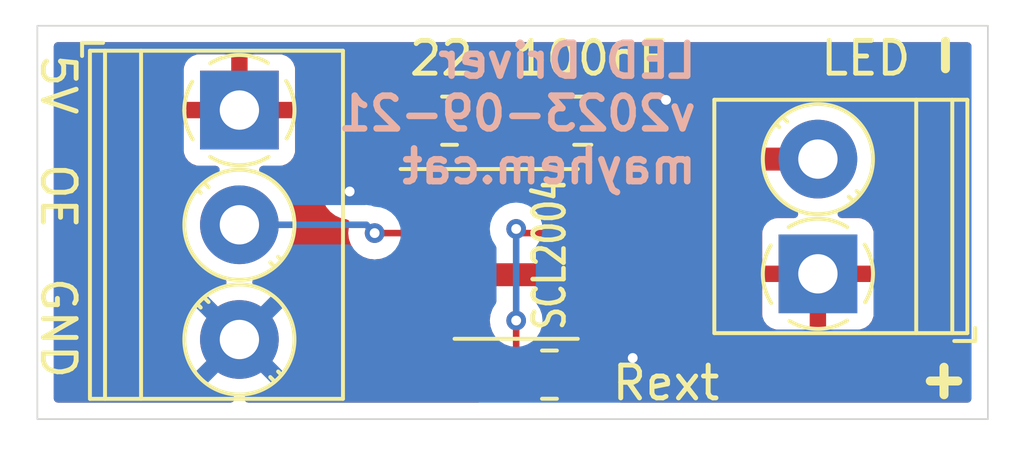
<source format=kicad_pcb>
(kicad_pcb (version 20221018) (generator pcbnew)
  (layers (0 "F.Cu" signal) (31 "B.Cu" signal) (34 "B.Paste" user) (35 "F.Paste" user) (36 "B.SilkS" user "B.Silkscreen") (37 "F.SilkS" user "F.Silkscreen") (38 "B.Mask" user) (39 "F.Mask" user) (44 "Edge.Cuts" user))
  (net 0 "")
  (net 1 "/GND")
  (net 2 "/OE")
  (net 3 "/VDD")
  (net 4 "Net-(U1-Vdd)")
  (net 5 "/Rext")
  (net 6 "Net-(J2-Pin_2)")
  (footprint "Resistor_SMD:R_0805_2012Metric_Pad1.20x1.40mm_HandSolder" (layer "F.Cu") (at 163.576 64.897)
    (fp_text reference "R1" hide)
    (fp_text value "22" (at -0.254 -1.905) (layer "F.SilkS"))
    (fp_line (start -0.227064 -0.735) (end 0.227064 -0.735) (stroke (width 0.12)) (layer "F.SilkS"))
    (fp_line (start -0.227064 0.735) (end 0.227064 0.735) (stroke (width 0.12)) (layer "F.SilkS"))
    (pad "1" smd roundrect (at -1 0) (size 1.2 1.4) (layers "F.Cu" "F.Paste" "F.Mask") (roundrect_rratio 0.2083333333) (net 3 "/VDD"))
    (pad "2" smd roundrect (at 1 0) (size 1.2 1.4) (layers "F.Cu" "F.Paste" "F.Mask") (roundrect_rratio 0.2083333333) (net 4 "Net-(U1-Vdd)"))
  )
  (footprint "Package_SO:SOP-8_3.76x4.96mm_P1.27mm" (layer "F.Cu") (at 165.608 68.961)
    (fp_text reference "U1" hide)
    (fp_text value "~" hide)
    (fp_text user "SCL2004" (at 1.016 0 90) (layer "F.SilkS") (effects (font (size 0.94 0.7) (thickness 0.14))))
    (fp_line (start 0 -2.59) (end -3.525 -2.59) (stroke (width 0.12)) (layer "F.SilkS"))
    (fp_line (start 0 -2.59) (end 1.88 -2.59) (stroke (width 0.12)) (layer "F.SilkS"))
    (fp_line (start 0 2.59) (end -1.88 2.59) (stroke (width 0.12)) (layer "F.SilkS"))
    (fp_line (start 0 2.59) (end 1.88 2.59) (stroke (width 0.12)) (layer "F.SilkS"))
    (pad "1" smd roundrect (at -2.5375 -1.905) (size 1.975 0.65) (layers "F.Cu" "F.Paste" "F.Mask") (net 1 "/GND"))
    (pad "2" smd roundrect (at -2.5375 -0.635) (size 1.975 0.65) (layers "F.Cu" "F.Paste" "F.Mask") (net 2 "/OE"))
    (pad "3" smd roundrect (at -2.5375 0.635) (size 1.975 0.65) (layers "F.Cu" "F.Paste" "F.Mask") (net 6 "Net-(J2-Pin_2)"))
    (pad "4" smd roundrect (at -2.5375 1.905) (size 1.975 0.65) (layers "F.Cu" "F.Paste" "F.Mask") (net 6 "Net-(J2-Pin_2)"))
    (pad "5" smd roundrect (at 2.5375 1.905) (size 1.975 0.65) (layers "F.Cu" "F.Paste" "F.Mask") (net 6 "Net-(J2-Pin_2)"))
    (pad "6" smd roundrect (at 2.5375 0.635) (size 1.975 0.65) (layers "F.Cu" "F.Paste" "F.Mask") (net 6 "Net-(J2-Pin_2)"))
    (pad "7" smd roundrect (at 2.5375 -0.635) (size 1.975 0.65) (layers "F.Cu" "F.Paste" "F.Mask") (net 5 "/Rext"))
    (pad "8" smd roundrect (at 2.5375 -1.905) (size 1.975 0.65) (layers "F.Cu" "F.Paste" "F.Mask") (net 4 "Net-(U1-Vdd)"))
  )
  (footprint "TerminalBlock_Phoenix:TerminalBlock_Phoenix_PT-1,5-2-3.5-H_1x02_P3.50mm_Horizontal" (layer "F.Cu") (at 174.814 69.568 90)
    (fp_text reference "J2" hide)
    (fp_text value "LED" (at 6.576 1.462 180) (layer "F.SilkS"))
    (fp_line (start -2.05 4.16) (end -2.05 4.8) (stroke (width 0.12)) (layer "F.SilkS"))
    (fp_line (start -2.05 4.8) (end -1.65 4.8) (stroke (width 0.12)) (layer "F.SilkS"))
    (fp_line (start -1.81 -3.16) (end -1.81 4.56) (stroke (width 0.12)) (layer "F.SilkS"))
    (fp_line (start -1.81 -3.16) (end 5.31 -3.16) (stroke (width 0.12)) (layer "F.SilkS"))
    (fp_line (start -1.81 3) (end 5.31 3) (stroke (width 0.12)) (layer "F.SilkS"))
    (fp_line (start -1.81 4.1) (end 5.31 4.1) (stroke (width 0.12)) (layer "F.SilkS"))
    (fp_line (start -1.81 4.56) (end 5.31 4.56) (stroke (width 0.12)) (layer "F.SilkS"))
    (fp_line (start 2.355 0.941) (end 2.226 1.069) (stroke (width 0.12)) (layer "F.SilkS"))
    (fp_line (start 2.525 1.181) (end 2.431 1.274) (stroke (width 0.12)) (layer "F.SilkS"))
    (fp_line (start 4.57 -1.275) (end 4.476 -1.181) (stroke (width 0.12)) (layer "F.SilkS"))
    (fp_line (start 4.775 -1.069) (end 4.646 -0.941) (stroke (width 0.12)) (layer "F.SilkS"))
    (fp_line (start 5.31 -3.16) (end 5.31 4.56) (stroke (width 0.12)) (layer "F.SilkS"))
    (fp_arc (start -1.425358 0.889894) (mid -1.680286 0.014012) (end -1.44 -0.866) (stroke (width 0.12)) (layer "F.SilkS"))
    (fp_arc (start -0.889894 -1.425358) (mid -0.014012 -1.680286) (end 0.866 -1.44) (stroke (width 0.12)) (layer "F.SilkS"))
    (fp_arc (start 0.028674 1.680099) (mid -0.435535 1.622918) (end -0.866 1.44) (stroke (width 0.12)) (layer "F.SilkS"))
    (fp_arc (start 0.890264 1.424721) (mid 0.463071 1.61492) (end 0 1.68) (stroke (width 0.12)) (layer "F.SilkS"))
    (fp_arc (start 1.425504 -0.890193) (mid 1.680626 0.000476) (end 1.425 0.891) (stroke (width 0.12)) (layer "F.SilkS"))
    (fp_circle (center 3.5 0) (end 5.18 0) (stroke (width 0.12)) (fill none) (layer "F.SilkS"))
    (pad "1" thru_hole rect (at 0 0 90) (size 2.4 2.4) (drill 1.2) (layers "*.Cu" "*.Mask") (net 3 "/VDD"))
    (pad "2" thru_hole circle (at 3.5 0 90) (size 2.4 2.4) (drill 1.2) (layers "*.Cu" "*.Mask") (net 6 "Net-(J2-Pin_2)"))
  )
  (footprint "Capacitor_SMD:C_0805_2012Metric_Pad1.18x1.45mm_HandSolder" (layer "F.Cu") (at 167.64 64.897 180)
    (fp_text reference "C1" hide)
    (fp_text value "100nF" (at -0.254 1.905) (layer "F.SilkS"))
    (fp_line (start -0.261252 -0.735) (end 0.261252 -0.735) (stroke (width 0.12)) (layer "F.SilkS"))
    (fp_line (start -0.261252 0.735) (end 0.261252 0.735) (stroke (width 0.12)) (layer "F.SilkS"))
    (pad "1" smd roundrect (at -1.0375 0 180) (size 1.175 1.45) (layers "F.Cu" "F.Paste" "F.Mask") (roundrect_rratio 0.2127659574) (net 1 "/GND"))
    (pad "2" smd roundrect (at 1.0375 0 180) (size 1.175 1.45) (layers "F.Cu" "F.Paste" "F.Mask") (roundrect_rratio 0.2127659574) (net 4 "Net-(U1-Vdd)"))
  )
  (footprint "Resistor_SMD:R_0805_2012Metric_Pad1.20x1.40mm_HandSolder" (layer "F.Cu") (at 166.624 72.644)
    (fp_text reference "R2" hide)
    (fp_text value "Rext" (at 3.556 0.254) (layer "F.SilkS"))
    (fp_line (start -0.227064 -0.735) (end 0.227064 -0.735) (stroke (width 0.12)) (layer "F.SilkS"))
    (fp_line (start -0.227064 0.735) (end 0.227064 0.735) (stroke (width 0.12)) (layer "F.SilkS"))
    (pad "1" smd roundrect (at -1 0) (size 1.2 1.4) (layers "F.Cu" "F.Paste" "F.Mask") (roundrect_rratio 0.2083333333) (net 5 "/Rext"))
    (pad "2" smd roundrect (at 1 0) (size 1.2 1.4) (layers "F.Cu" "F.Paste" "F.Mask") (roundrect_rratio 0.2083333333) (net 1 "/GND"))
  )
  (footprint "TerminalBlock_Phoenix:TerminalBlock_Phoenix_PT-1,5-3-3.5-H_1x03_P3.50mm_Horizontal" (layer "F.Cu") (at 157.164 64.572 -90)
    (fp_text reference "J1" hide)
    (fp_text value "5V  OE  GND" (at 3.246 5.526 -90 unlocked) (layer "F.SilkS"))
    (fp_line (start -2.05 4.16) (end -2.05 4.8) (stroke (width 0.12)) (layer "F.SilkS"))
    (fp_line (start -2.05 4.8) (end -1.65 4.8) (stroke (width 0.12)) (layer "F.SilkS"))
    (fp_line (start -1.81 -3.16) (end -1.81 4.56) (stroke (width 0.12)) (layer "F.SilkS"))
    (fp_line (start -1.81 -3.16) (end 8.81 -3.16) (stroke (width 0.12)) (layer "F.SilkS"))
    (fp_line (start -1.81 3) (end 8.81 3) (stroke (width 0.12)) (layer "F.SilkS"))
    (fp_line (start -1.81 4.1) (end 8.81 4.1) (stroke (width 0.12)) (layer "F.SilkS"))
    (fp_line (start -1.81 4.56) (end 8.81 4.56) (stroke (width 0.12)) (layer "F.SilkS"))
    (fp_line (start 2.355 0.941) (end 2.226 1.069) (stroke (width 0.12)) (layer "F.SilkS"))
    (fp_line (start 2.525 1.181) (end 2.431 1.274) (stroke (width 0.12)) (layer "F.SilkS"))
    (fp_line (start 4.57 -1.275) (end 4.476 -1.181) (stroke (width 0.12)) (layer "F.SilkS"))
    (fp_line (start 4.775 -1.069) (end 4.646 -0.941) (stroke (width 0.12)) (layer "F.SilkS"))
    (fp_line (start 5.855 0.941) (end 5.726 1.069) (stroke (width 0.12)) (layer "F.SilkS"))
    (fp_line (start 6.025 1.181) (end 5.931 1.274) (stroke (width 0.12)) (layer "F.SilkS"))
    (fp_line (start 8.07 -1.275) (end 7.976 -1.181) (stroke (width 0.12)) (layer "F.SilkS"))
    (fp_line (start 8.275 -1.069) (end 8.146 -0.941) (stroke (width 0.12)) (layer "F.SilkS"))
    (fp_line (start 8.81 -3.16) (end 8.81 4.56) (stroke (width 0.12)) (layer "F.SilkS"))
    (fp_arc (start -1.425358 0.889894) (mid -1.680286 0.014012) (end -1.44 -0.866) (stroke (width 0.12)) (layer "F.SilkS"))
    (fp_arc (start -0.889894 -1.425358) (mid -0.014012 -1.680286) (end 0.866 -1.44) (stroke (width 0.12)) (layer "F.SilkS"))
    (fp_arc (start 0.028674 1.680099) (mid -0.435535 1.622918) (end -0.866 1.44) (stroke (width 0.12)) (layer "F.SilkS"))
    (fp_arc (start 0.890264 1.424721) (mid 0.463071 1.61492) (end 0 1.68) (stroke (width 0.12)) (layer "F.SilkS"))
    (fp_arc (start 1.425504 -0.890193) (mid 1.680626 0.000476) (end 1.425 0.891) (stroke (width 0.12)) (layer "F.SilkS"))
    (fp_circle (center 3.5 0) (end 5.18 0) (stroke (width 0.12)) (fill none) (layer "F.SilkS"))
    (fp_circle (center 7 0) (end 8.68 0) (stroke (width 0.12)) (fill none) (layer "F.SilkS"))
    (pad "1" thru_hole rect (at 0 0 270) (size 2.4 2.4) (drill 1.2) (layers "*.Cu" "*.Mask") (net 3 "/VDD"))
    (pad "2" thru_hole circle (at 3.5 0 270) (size 2.4 2.4) (drill 1.2) (layers "*.Cu" "*.Mask") (net 2 "/OE"))
    (pad "3" thru_hole circle (at 7 0 270) (size 2.4 2.4) (drill 1.2) (layers "*.Cu" "*.Mask") (net 1 "/GND"))
  )
  (gr_line (start 151 62) (end 180 62) (stroke (width 0.05)) (layer "Edge.Cuts"))
  (gr_line (start 180 74) (end 151 74) (stroke (width 0.05)) (layer "Edge.Cuts"))
  (gr_line (start 180 62) (end 180 74) (stroke (width 0.05)) (layer "Edge.Cuts"))
  (gr_line (start 151 74) (end 151 62) (stroke (width 0.05)) (layer "Edge.Cuts"))
  (gr_text "LED Driver\nv2023-09-21\nmayhem.cat" (at 171.196 62.484) (layer "B.SilkS") (effects (font (size 1 1) (thickness 0.2) bold) (justify left top mirror)))
  (gr_text "+" (at 177.8 73.406) (layer "F.SilkS") (effects (font (size 1.1 1.1) (thickness 0.275) bold) (justify left bottom)))
  (gr_text "-" (at 179.324 63.754 90) (layer "F.SilkS") (effects (font (size 1.2 1.1) (thickness 0.275) bold) (justify left bottom)))
  (segment (start 168.386 71.882) (end 169.164 71.882) (width 0.2) (layer "F.Cu") (net 1))
  (segment (start 169.545 64.897) (end 170.18 64.262) (width 0.2) (layer "F.Cu") (net 1))
  (segment (start 167.624 72.644) (end 168.386 71.882) (width 0.2) (layer "F.Cu") (net 1))
  (segment (start 168.6775 64.897) (end 169.545 64.897) (width 0.2) (layer "F.Cu") (net 1))
  (segment (start 163.0705 67.056) (end 160.528 67.056) (width 0.7) (layer "F.Cu") (net 1))
  (via (at 169.164 72.136) (size 0.6) (drill 0.3) (layers "F.Cu" "B.Cu") (net 1))
  (via (at 170.18 64.262) (size 0.6) (drill 0.3) (layers "F.Cu" "B.Cu") (net 1))
  (via (at 160.528 67.056) (size 0.6) (drill 0.3) (layers "F.Cu" "B.Cu") (net 1))
  (segment (start 163.0705 68.326) (end 161.29 68.326) (width 0.2) (layer "F.Cu") (net 2))
  (via (at 161.29 68.326) (size 0.6) (drill 0.3) (layers "F.Cu" "B.Cu") (net 2))
  (segment (start 161.036 68.072) (end 157.164 68.072) (width 0.2) (layer "B.Cu") (net 2))
  (segment (start 161.29 68.326) (end 161.036 68.072) (width 0.2) (layer "B.Cu") (net 2))
  (segment (start 166.6025 66.0185) (end 166.6025 64.897) (width 0.5) (layer "F.Cu") (net 4))
  (segment (start 164.576 64.897) (end 166.6025 64.897) (width 0.5) (layer "F.Cu") (net 4))
  (segment (start 168.1455 67.056) (end 167.64 67.056) (width 0.5) (layer "F.Cu") (net 4))
  (segment (start 167.64 67.056) (end 166.6025 66.0185) (width 0.5) (layer "F.Cu") (net 4))
  (segment (start 165.608 70.993) (end 165.608 72.628) (width 0.2) (layer "F.Cu") (net 5))
  (segment (start 168.1455 68.326) (end 165.735 68.326) (width 0.2) (layer "F.Cu") (net 5))
  (segment (start 165.735 68.326) (end 165.608 68.199) (width 0.2) (layer "F.Cu") (net 5))
  (segment (start 165.608 72.628) (end 165.624 72.644) (width 0.2) (layer "F.Cu") (net 5))
  (via (at 165.608 70.993) (size 0.6) (drill 0.3) (layers "F.Cu" "B.Cu") (net 5))
  (via (at 165.608 68.199) (size 0.6) (drill 0.3) (layers "F.Cu" "B.Cu") (net 5))
  (segment (start 165.608 68.199) (end 165.608 70.993) (width 0.2) (layer "B.Cu") (net 5))
  (segment (start 170.434 69.596) (end 170.434 66.04) (width 0.7) (layer "F.Cu") (net 6))
  (segment (start 168.1455 69.596) (end 168.1455 70.866) (width 0.7) (layer "F.Cu") (net 6))
  (segment (start 168.1455 69.596) (end 170.434 69.596) (width 0.7) (layer "F.Cu") (net 6))
  (segment (start 170.462 66.068) (end 174.814 66.068) (width 0.7) (layer "F.Cu") (net 6))
  (segment (start 163.0705 69.596) (end 163.0705 70.866) (width 0.7) (layer "F.Cu") (net 6))
  (segment (start 163.0705 69.596) (end 168.1455 69.596) (width 0.7) (layer "F.Cu") (net 6))
  (segment (start 170.434 66.04) (end 170.462 66.068) (width 0.7) (layer "F.Cu") (net 6))
  (zone (net 3) (net_name "/VDD") (layer "F.Cu") (connect_pads (clearance 0.5)) (min_thickness 0.25) (fill yes (thermal_gap 0.5) (thermal_bridge_width 0.5))
    (polygon (pts (xy 150.622 61.722) (xy 180.594 61.722) (xy 180.594 74.676) (xy 150.622 74.676)))
  )
  (zone (net 1) (net_name "/GND") (layer "B.Cu") (priority 1) (connect_pads (clearance 0.5)) (min_thickness 0.25) (fill yes (thermal_gap 0.5) (thermal_bridge_width 0.5))
    (polygon (pts (xy 150.114 61.214) (xy 181.102 61.214) (xy 181.102 75.438) (xy 149.86 75.184)))
  )
)
</source>
